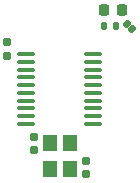
<source format=gbr>
%TF.GenerationSoftware,KiCad,Pcbnew,7.0.10*%
%TF.CreationDate,2024-05-20T03:00:16+05:30*%
%TF.ProjectId,nico-ch32v003-v1,6e69636f-2d63-4683-9332-763030332d76,1.0.1*%
%TF.SameCoordinates,Original*%
%TF.FileFunction,Paste,Top*%
%TF.FilePolarity,Positive*%
%FSLAX46Y46*%
G04 Gerber Fmt 4.6, Leading zero omitted, Abs format (unit mm)*
G04 Created by KiCad (PCBNEW 7.0.10) date 2024-05-20 03:00:16*
%MOMM*%
%LPD*%
G01*
G04 APERTURE LIST*
G04 Aperture macros list*
%AMRoundRect*
0 Rectangle with rounded corners*
0 $1 Rounding radius*
0 $2 $3 $4 $5 $6 $7 $8 $9 X,Y pos of 4 corners*
0 Add a 4 corners polygon primitive as box body*
4,1,4,$2,$3,$4,$5,$6,$7,$8,$9,$2,$3,0*
0 Add four circle primitives for the rounded corners*
1,1,$1+$1,$2,$3*
1,1,$1+$1,$4,$5*
1,1,$1+$1,$6,$7*
1,1,$1+$1,$8,$9*
0 Add four rect primitives between the rounded corners*
20,1,$1+$1,$2,$3,$4,$5,0*
20,1,$1+$1,$4,$5,$6,$7,0*
20,1,$1+$1,$6,$7,$8,$9,0*
20,1,$1+$1,$8,$9,$2,$3,0*%
G04 Aperture macros list end*
%ADD10RoundRect,0.160000X0.160000X-0.197500X0.160000X0.197500X-0.160000X0.197500X-0.160000X-0.197500X0*%
%ADD11R,1.200000X1.400000*%
%ADD12RoundRect,0.135000X0.135000X0.185000X-0.135000X0.185000X-0.135000X-0.185000X0.135000X-0.185000X0*%
%ADD13RoundRect,0.100000X-0.637500X-0.100000X0.637500X-0.100000X0.637500X0.100000X-0.637500X0.100000X0*%
%ADD14RoundRect,0.155000X0.155000X-0.212500X0.155000X0.212500X-0.155000X0.212500X-0.155000X-0.212500X0*%
%ADD15RoundRect,0.135000X0.226274X0.035355X0.035355X0.226274X-0.226274X-0.035355X-0.035355X-0.226274X0*%
%ADD16RoundRect,0.155000X-0.155000X0.212500X-0.155000X-0.212500X0.155000X-0.212500X0.155000X0.212500X0*%
%ADD17RoundRect,0.218750X0.218750X0.256250X-0.218750X0.256250X-0.218750X-0.256250X0.218750X-0.256250X0*%
G04 APERTURE END LIST*
D10*
%TO.C,R1*%
X96480400Y-62904700D03*
X96480400Y-61709700D03*
%TD*%
D11*
%TO.C,Y1*%
X101814400Y-72416400D03*
X101814400Y-70216400D03*
X100114400Y-70216400D03*
X100114400Y-72416400D03*
%TD*%
D12*
%TO.C,R2*%
X105730000Y-60310000D03*
X104710000Y-60310000D03*
%TD*%
D13*
%TO.C,U1*%
X98037500Y-62735000D03*
X98037500Y-63385000D03*
X98037500Y-64035000D03*
X98037500Y-64685000D03*
X98037500Y-65335000D03*
X98037500Y-65985000D03*
X98037500Y-66635000D03*
X98037500Y-67285000D03*
X98037500Y-67935000D03*
X98037500Y-68585000D03*
X103762500Y-68585000D03*
X103762500Y-67935000D03*
X103762500Y-67285000D03*
X103762500Y-66635000D03*
X103762500Y-65985000D03*
X103762500Y-65335000D03*
X103762500Y-64685000D03*
X103762500Y-64035000D03*
X103762500Y-63385000D03*
X103762500Y-62735000D03*
%TD*%
D14*
%TO.C,C2*%
X98766400Y-70850300D03*
X98766400Y-69715300D03*
%TD*%
D15*
%TO.C,JP1*%
X107070000Y-60580000D03*
X106666949Y-60176949D03*
%TD*%
D16*
%TO.C,C1*%
X103186000Y-71747300D03*
X103186000Y-72882300D03*
%TD*%
D17*
%TO.C,D1*%
X106227500Y-58980000D03*
X104652500Y-58980000D03*
%TD*%
M02*

</source>
